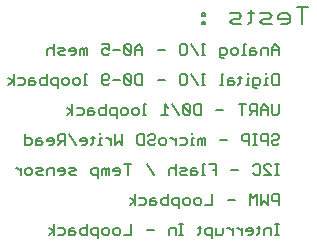
<source format=gbo>
G75*
%MOIN*%
%OFA0B0*%
%FSLAX25Y25*%
%IPPOS*%
%LPD*%
%AMOC8*
5,1,8,0,0,1.08239X$1,22.5*
%
%ADD10C,0.00800*%
%ADD11C,0.00500*%
D10*
X0209195Y0175400D02*
X0210163Y0175400D01*
X0210163Y0176367D01*
X0209195Y0176367D01*
X0209195Y0175400D01*
X0209195Y0178302D02*
X0210163Y0178302D01*
X0210163Y0179270D01*
X0209195Y0179270D01*
X0209195Y0178302D01*
X0218447Y0179270D02*
X0221349Y0179270D01*
X0222317Y0178302D01*
X0221349Y0177335D01*
X0219415Y0177335D01*
X0218447Y0176367D01*
X0219415Y0175400D01*
X0222317Y0175400D01*
X0224433Y0175400D02*
X0225401Y0176367D01*
X0225401Y0180237D01*
X0226368Y0179270D02*
X0224433Y0179270D01*
X0228576Y0179270D02*
X0231478Y0179270D01*
X0232446Y0178302D01*
X0231478Y0177335D01*
X0229543Y0177335D01*
X0228576Y0176367D01*
X0229543Y0175400D01*
X0232446Y0175400D01*
X0234653Y0177335D02*
X0238523Y0177335D01*
X0238523Y0178302D02*
X0237555Y0179270D01*
X0235620Y0179270D01*
X0234653Y0178302D01*
X0234653Y0177335D01*
X0235620Y0175400D02*
X0237555Y0175400D01*
X0238523Y0176367D01*
X0238523Y0178302D01*
X0240730Y0181205D02*
X0244600Y0181205D01*
X0242665Y0181205D02*
X0242665Y0175400D01*
D11*
X0159859Y0106418D02*
X0158108Y0105250D01*
X0159859Y0105250D02*
X0159859Y0108753D01*
X0161207Y0107585D02*
X0162959Y0107585D01*
X0163543Y0107001D01*
X0163543Y0105834D01*
X0162959Y0105250D01*
X0161207Y0105250D01*
X0159859Y0106418D02*
X0158108Y0107585D01*
X0164890Y0107001D02*
X0164890Y0105250D01*
X0166642Y0105250D01*
X0167226Y0105834D01*
X0166642Y0106418D01*
X0164890Y0106418D01*
X0164890Y0107001D02*
X0165474Y0107585D01*
X0166642Y0107585D01*
X0168574Y0107001D02*
X0168574Y0105834D01*
X0169157Y0105250D01*
X0170909Y0105250D01*
X0170909Y0108753D01*
X0170909Y0107585D02*
X0169157Y0107585D01*
X0168574Y0107001D01*
X0172257Y0107001D02*
X0172257Y0105834D01*
X0172841Y0105250D01*
X0174592Y0105250D01*
X0174592Y0104082D02*
X0174592Y0107585D01*
X0172841Y0107585D01*
X0172257Y0107001D01*
X0175940Y0107001D02*
X0175940Y0105834D01*
X0176524Y0105250D01*
X0177691Y0105250D01*
X0178275Y0105834D01*
X0178275Y0107001D01*
X0177691Y0107585D01*
X0176524Y0107585D01*
X0175940Y0107001D01*
X0179623Y0107001D02*
X0179623Y0105834D01*
X0180207Y0105250D01*
X0181374Y0105250D01*
X0181958Y0105834D01*
X0181958Y0107001D01*
X0181374Y0107585D01*
X0180207Y0107585D01*
X0179623Y0107001D01*
X0183306Y0105250D02*
X0185641Y0105250D01*
X0185641Y0108753D01*
X0190672Y0107001D02*
X0193008Y0107001D01*
X0198039Y0107001D02*
X0198039Y0105250D01*
X0198039Y0107001D02*
X0198623Y0107585D01*
X0200374Y0107585D01*
X0200374Y0105250D01*
X0201662Y0105250D02*
X0202829Y0105250D01*
X0202246Y0105250D02*
X0202246Y0108753D01*
X0202829Y0108753D02*
X0201662Y0108753D01*
X0201602Y0114082D02*
X0201602Y0117585D01*
X0199850Y0117585D01*
X0199266Y0117001D01*
X0199266Y0115834D01*
X0199850Y0115250D01*
X0201602Y0115250D01*
X0202950Y0115834D02*
X0202950Y0117001D01*
X0203533Y0117585D01*
X0204701Y0117585D01*
X0205285Y0117001D01*
X0205285Y0115834D01*
X0204701Y0115250D01*
X0203533Y0115250D01*
X0202950Y0115834D01*
X0206633Y0115834D02*
X0206633Y0117001D01*
X0207216Y0117585D01*
X0208384Y0117585D01*
X0208968Y0117001D01*
X0208968Y0115834D01*
X0208384Y0115250D01*
X0207216Y0115250D01*
X0206633Y0115834D01*
X0210316Y0115250D02*
X0212651Y0115250D01*
X0212651Y0118753D01*
X0217682Y0117001D02*
X0220017Y0117001D01*
X0225048Y0118753D02*
X0225048Y0115250D01*
X0227384Y0115250D02*
X0227384Y0118753D01*
X0226216Y0117585D01*
X0225048Y0118753D01*
X0228732Y0118753D02*
X0228732Y0115250D01*
X0229899Y0116418D01*
X0231067Y0115250D01*
X0231067Y0118753D01*
X0232415Y0118169D02*
X0232415Y0117001D01*
X0232999Y0116418D01*
X0234750Y0116418D01*
X0234750Y0115250D02*
X0234750Y0118753D01*
X0232999Y0118753D01*
X0232415Y0118169D01*
X0232295Y0125250D02*
X0229959Y0125250D01*
X0228611Y0125834D02*
X0228028Y0125250D01*
X0226860Y0125250D01*
X0226276Y0125834D01*
X0226276Y0128169D02*
X0226860Y0128753D01*
X0228028Y0128753D01*
X0228611Y0128169D01*
X0228611Y0125834D01*
X0229959Y0127585D02*
X0229959Y0128169D01*
X0230543Y0128753D01*
X0231711Y0128753D01*
X0232295Y0128169D01*
X0233582Y0128753D02*
X0234750Y0128753D01*
X0234166Y0128753D02*
X0234166Y0125250D01*
X0234750Y0125250D02*
X0233582Y0125250D01*
X0232295Y0125250D02*
X0229959Y0127585D01*
X0221245Y0127001D02*
X0218910Y0127001D01*
X0213879Y0127001D02*
X0212711Y0127001D01*
X0213879Y0125250D02*
X0213879Y0128753D01*
X0211544Y0128753D01*
X0210196Y0128753D02*
X0209612Y0128753D01*
X0209612Y0125250D01*
X0210196Y0125250D02*
X0209028Y0125250D01*
X0207740Y0125834D02*
X0207156Y0125250D01*
X0205405Y0125250D01*
X0205405Y0127001D01*
X0205989Y0127585D01*
X0207156Y0127585D01*
X0207156Y0126418D02*
X0205405Y0126418D01*
X0204057Y0127001D02*
X0203473Y0127585D01*
X0201722Y0127585D01*
X0202306Y0126418D02*
X0203473Y0126418D01*
X0204057Y0127001D01*
X0204057Y0125250D02*
X0202306Y0125250D01*
X0201722Y0125834D01*
X0202306Y0126418D01*
X0200374Y0127001D02*
X0199790Y0127585D01*
X0198623Y0127585D01*
X0198039Y0127001D01*
X0198039Y0125250D01*
X0200374Y0125250D02*
X0200374Y0128753D01*
X0200374Y0135250D02*
X0200374Y0137585D01*
X0200374Y0136418D02*
X0199206Y0137585D01*
X0198623Y0137585D01*
X0197305Y0137001D02*
X0197305Y0135834D01*
X0196721Y0135250D01*
X0195553Y0135250D01*
X0194969Y0135834D01*
X0194969Y0137001D01*
X0195553Y0137585D01*
X0196721Y0137585D01*
X0197305Y0137001D01*
X0193622Y0137585D02*
X0193038Y0137001D01*
X0191870Y0137001D01*
X0191286Y0136418D01*
X0191286Y0135834D01*
X0191870Y0135250D01*
X0193038Y0135250D01*
X0193622Y0135834D01*
X0193622Y0137585D02*
X0193622Y0138169D01*
X0193038Y0138753D01*
X0191870Y0138753D01*
X0191286Y0138169D01*
X0189938Y0138753D02*
X0188187Y0138753D01*
X0187603Y0138169D01*
X0187603Y0135834D01*
X0188187Y0135250D01*
X0189938Y0135250D01*
X0189938Y0138753D01*
X0189968Y0145250D02*
X0189968Y0148753D01*
X0190552Y0148753D01*
X0188097Y0147001D02*
X0188097Y0145834D01*
X0187513Y0145250D01*
X0186345Y0145250D01*
X0185762Y0145834D01*
X0185762Y0147001D01*
X0186345Y0147585D01*
X0187513Y0147585D01*
X0188097Y0147001D01*
X0189385Y0145250D02*
X0190552Y0145250D01*
X0195583Y0145250D02*
X0197919Y0145250D01*
X0196751Y0145250D02*
X0196751Y0148753D01*
X0197919Y0147585D01*
X0199266Y0148753D02*
X0201602Y0145250D01*
X0202950Y0145834D02*
X0203533Y0145250D01*
X0204701Y0145250D01*
X0205285Y0145834D01*
X0202950Y0148169D01*
X0202950Y0145834D01*
X0205285Y0145834D02*
X0205285Y0148169D01*
X0204701Y0148753D01*
X0203533Y0148753D01*
X0202950Y0148169D01*
X0206633Y0148169D02*
X0206633Y0145834D01*
X0207216Y0145250D01*
X0208968Y0145250D01*
X0208968Y0148753D01*
X0207216Y0148753D01*
X0206633Y0148169D01*
X0213999Y0147001D02*
X0216334Y0147001D01*
X0221365Y0148753D02*
X0223701Y0148753D01*
X0222533Y0148753D02*
X0222533Y0145250D01*
X0225048Y0145250D02*
X0226216Y0146418D01*
X0225632Y0146418D02*
X0227384Y0146418D01*
X0227384Y0145250D02*
X0227384Y0148753D01*
X0225632Y0148753D01*
X0225048Y0148169D01*
X0225048Y0147001D01*
X0225632Y0146418D01*
X0228732Y0147001D02*
X0231067Y0147001D01*
X0231067Y0147585D02*
X0229899Y0148753D01*
X0228732Y0147585D01*
X0228732Y0145250D01*
X0231067Y0145250D02*
X0231067Y0147585D01*
X0232415Y0148753D02*
X0232415Y0145834D01*
X0232999Y0145250D01*
X0234166Y0145250D01*
X0234750Y0145834D01*
X0234750Y0148753D01*
X0227444Y0154082D02*
X0226860Y0154082D01*
X0226276Y0154666D01*
X0226276Y0157585D01*
X0228028Y0157585D01*
X0228611Y0157001D01*
X0228611Y0155834D01*
X0228028Y0155250D01*
X0226276Y0155250D01*
X0224928Y0155250D02*
X0223761Y0155250D01*
X0224344Y0155250D02*
X0224344Y0157585D01*
X0224928Y0157585D01*
X0224344Y0158753D02*
X0224344Y0159337D01*
X0222473Y0157585D02*
X0221305Y0157585D01*
X0221889Y0158169D02*
X0221889Y0155834D01*
X0221305Y0155250D01*
X0220017Y0155834D02*
X0219434Y0156418D01*
X0217682Y0156418D01*
X0217682Y0157001D02*
X0217682Y0155250D01*
X0219434Y0155250D01*
X0220017Y0155834D01*
X0219434Y0157585D02*
X0218266Y0157585D01*
X0217682Y0157001D01*
X0216334Y0155250D02*
X0215167Y0155250D01*
X0215750Y0155250D02*
X0215750Y0158753D01*
X0216334Y0158753D01*
X0216394Y0164082D02*
X0215811Y0164082D01*
X0215227Y0164666D01*
X0215227Y0167585D01*
X0216978Y0167585D01*
X0217562Y0167001D01*
X0217562Y0165834D01*
X0216978Y0165250D01*
X0215227Y0165250D01*
X0218910Y0165834D02*
X0218910Y0167001D01*
X0219494Y0167585D01*
X0220661Y0167585D01*
X0221245Y0167001D01*
X0221245Y0165834D01*
X0220661Y0165250D01*
X0219494Y0165250D01*
X0218910Y0165834D01*
X0222533Y0165250D02*
X0223701Y0165250D01*
X0223117Y0165250D02*
X0223117Y0168753D01*
X0223701Y0168753D01*
X0225048Y0167001D02*
X0225048Y0165250D01*
X0226800Y0165250D01*
X0227384Y0165834D01*
X0226800Y0166418D01*
X0225048Y0166418D01*
X0225048Y0167001D02*
X0225632Y0167585D01*
X0226800Y0167585D01*
X0228732Y0167001D02*
X0228732Y0165250D01*
X0228732Y0167001D02*
X0229315Y0167585D01*
X0231067Y0167585D01*
X0231067Y0165250D01*
X0232415Y0165250D02*
X0232415Y0167585D01*
X0233582Y0168753D01*
X0234750Y0167585D01*
X0234750Y0165250D01*
X0234750Y0167001D02*
X0232415Y0167001D01*
X0230483Y0159337D02*
X0230483Y0158753D01*
X0230483Y0157585D02*
X0230483Y0155250D01*
X0231067Y0155250D02*
X0229899Y0155250D01*
X0230483Y0157585D02*
X0231067Y0157585D01*
X0232415Y0158169D02*
X0232415Y0155834D01*
X0232999Y0155250D01*
X0234750Y0155250D01*
X0234750Y0158753D01*
X0232999Y0158753D01*
X0232415Y0158169D01*
X0232999Y0138753D02*
X0234166Y0138753D01*
X0234750Y0138169D01*
X0234750Y0137585D01*
X0234166Y0137001D01*
X0232999Y0137001D01*
X0232415Y0136418D01*
X0232415Y0135834D01*
X0232999Y0135250D01*
X0234166Y0135250D01*
X0234750Y0135834D01*
X0232415Y0138169D02*
X0232999Y0138753D01*
X0231067Y0138753D02*
X0229315Y0138753D01*
X0228732Y0138169D01*
X0228732Y0137001D01*
X0229315Y0136418D01*
X0231067Y0136418D01*
X0231067Y0135250D02*
X0231067Y0138753D01*
X0227384Y0138753D02*
X0226216Y0138753D01*
X0226800Y0138753D02*
X0226800Y0135250D01*
X0227384Y0135250D02*
X0226216Y0135250D01*
X0224928Y0135250D02*
X0224928Y0138753D01*
X0223177Y0138753D01*
X0222593Y0138169D01*
X0222593Y0137001D01*
X0223177Y0136418D01*
X0224928Y0136418D01*
X0217562Y0137001D02*
X0215227Y0137001D01*
X0210196Y0137585D02*
X0210196Y0135250D01*
X0209028Y0135250D02*
X0209028Y0137001D01*
X0208444Y0137585D01*
X0207860Y0137001D01*
X0207860Y0135250D01*
X0206513Y0135250D02*
X0205345Y0135250D01*
X0205929Y0135250D02*
X0205929Y0137585D01*
X0206513Y0137585D01*
X0205929Y0138753D02*
X0205929Y0139337D01*
X0204057Y0137001D02*
X0204057Y0135834D01*
X0203473Y0135250D01*
X0201722Y0135250D01*
X0201722Y0137585D02*
X0203473Y0137585D01*
X0204057Y0137001D01*
X0209028Y0137001D02*
X0209612Y0137585D01*
X0210196Y0137585D01*
X0207156Y0126418D02*
X0207740Y0125834D01*
X0197919Y0118753D02*
X0197919Y0115250D01*
X0196167Y0115250D01*
X0195583Y0115834D01*
X0195583Y0117001D01*
X0196167Y0117585D01*
X0197919Y0117585D01*
X0194235Y0115834D02*
X0193652Y0116418D01*
X0191900Y0116418D01*
X0191900Y0117001D02*
X0191900Y0115250D01*
X0193652Y0115250D01*
X0194235Y0115834D01*
X0193652Y0117585D02*
X0192484Y0117585D01*
X0191900Y0117001D01*
X0190552Y0117001D02*
X0190552Y0115834D01*
X0189968Y0115250D01*
X0188217Y0115250D01*
X0186869Y0115250D02*
X0186869Y0118753D01*
X0188217Y0117585D02*
X0189968Y0117585D01*
X0190552Y0117001D01*
X0186869Y0116418D02*
X0185118Y0117585D01*
X0186869Y0116418D02*
X0185118Y0115250D01*
X0184474Y0125250D02*
X0184474Y0128753D01*
X0185641Y0128753D02*
X0183306Y0128753D01*
X0181958Y0127001D02*
X0181374Y0127585D01*
X0180207Y0127585D01*
X0179623Y0127001D01*
X0179623Y0126418D01*
X0181958Y0126418D01*
X0181958Y0127001D02*
X0181958Y0125834D01*
X0181374Y0125250D01*
X0180207Y0125250D01*
X0178275Y0125250D02*
X0178275Y0127585D01*
X0177691Y0127585D01*
X0177107Y0127001D01*
X0176524Y0127585D01*
X0175940Y0127001D01*
X0175940Y0125250D01*
X0177107Y0125250D02*
X0177107Y0127001D01*
X0174592Y0127585D02*
X0174592Y0124082D01*
X0174592Y0125250D02*
X0172840Y0125250D01*
X0172257Y0125834D01*
X0172257Y0127001D01*
X0172840Y0127585D01*
X0174592Y0127585D01*
X0167226Y0127001D02*
X0166642Y0127585D01*
X0164890Y0127585D01*
X0165474Y0126418D02*
X0166642Y0126418D01*
X0167226Y0127001D01*
X0167226Y0125250D02*
X0165474Y0125250D01*
X0164890Y0125834D01*
X0165474Y0126418D01*
X0163543Y0126418D02*
X0161207Y0126418D01*
X0161207Y0127001D01*
X0161791Y0127585D01*
X0162959Y0127585D01*
X0163543Y0127001D01*
X0163543Y0125834D01*
X0162959Y0125250D01*
X0161791Y0125250D01*
X0159859Y0125250D02*
X0159859Y0127585D01*
X0158108Y0127585D01*
X0157524Y0127001D01*
X0157524Y0125250D01*
X0156176Y0125250D02*
X0154425Y0125250D01*
X0153841Y0125834D01*
X0154425Y0126418D01*
X0155592Y0126418D01*
X0156176Y0127001D01*
X0155592Y0127585D01*
X0153841Y0127585D01*
X0152493Y0127001D02*
X0152493Y0125834D01*
X0151909Y0125250D01*
X0150742Y0125250D01*
X0150158Y0125834D01*
X0150158Y0127001D01*
X0150742Y0127585D01*
X0151909Y0127585D01*
X0152493Y0127001D01*
X0148810Y0126418D02*
X0147642Y0127585D01*
X0147058Y0127585D01*
X0148810Y0127585D02*
X0148810Y0125250D01*
X0150158Y0135250D02*
X0151909Y0135250D01*
X0152493Y0135834D01*
X0152493Y0137001D01*
X0151909Y0137585D01*
X0150158Y0137585D01*
X0150158Y0138753D02*
X0150158Y0135250D01*
X0153841Y0135250D02*
X0153841Y0137001D01*
X0154425Y0137585D01*
X0155592Y0137585D01*
X0155592Y0136418D02*
X0153841Y0136418D01*
X0153841Y0135250D02*
X0155592Y0135250D01*
X0156176Y0135834D01*
X0155592Y0136418D01*
X0157524Y0136418D02*
X0159859Y0136418D01*
X0159859Y0137001D02*
X0159276Y0137585D01*
X0158108Y0137585D01*
X0157524Y0137001D01*
X0157524Y0136418D01*
X0158108Y0135250D02*
X0159276Y0135250D01*
X0159859Y0135834D01*
X0159859Y0137001D01*
X0161207Y0137001D02*
X0161791Y0136418D01*
X0163543Y0136418D01*
X0163543Y0135250D02*
X0163543Y0138753D01*
X0161791Y0138753D01*
X0161207Y0138169D01*
X0161207Y0137001D01*
X0162375Y0136418D02*
X0161207Y0135250D01*
X0164890Y0138753D02*
X0167226Y0135250D01*
X0168574Y0136418D02*
X0170909Y0136418D01*
X0170909Y0137001D02*
X0170325Y0137585D01*
X0169157Y0137585D01*
X0168574Y0137001D01*
X0168574Y0136418D01*
X0169157Y0135250D02*
X0170325Y0135250D01*
X0170909Y0135834D01*
X0170909Y0137001D01*
X0172197Y0137585D02*
X0173364Y0137585D01*
X0172780Y0138169D02*
X0172780Y0135834D01*
X0172197Y0135250D01*
X0174652Y0135250D02*
X0175820Y0135250D01*
X0175236Y0135250D02*
X0175236Y0137585D01*
X0175820Y0137585D01*
X0175236Y0138753D02*
X0175236Y0139337D01*
X0177137Y0137585D02*
X0177721Y0137585D01*
X0178889Y0136418D01*
X0178889Y0137585D02*
X0178889Y0135250D01*
X0180237Y0135250D02*
X0180237Y0138753D01*
X0182572Y0138753D02*
X0182572Y0135250D01*
X0181404Y0136418D01*
X0180237Y0135250D01*
X0190672Y0128753D02*
X0193008Y0125250D01*
X0208384Y0108169D02*
X0208384Y0105834D01*
X0207800Y0105250D01*
X0207800Y0107585D02*
X0208968Y0107585D01*
X0210316Y0107001D02*
X0210316Y0105834D01*
X0210900Y0105250D01*
X0212651Y0105250D01*
X0212651Y0104082D02*
X0212651Y0107585D01*
X0210900Y0107585D01*
X0210316Y0107001D01*
X0213999Y0107585D02*
X0213999Y0105250D01*
X0215750Y0105250D01*
X0216334Y0105834D01*
X0216334Y0107585D01*
X0217652Y0107585D02*
X0218236Y0107585D01*
X0219404Y0106418D01*
X0219404Y0107585D02*
X0219404Y0105250D01*
X0220721Y0107585D02*
X0221305Y0107585D01*
X0222473Y0106418D01*
X0222473Y0107585D02*
X0222473Y0105250D01*
X0223821Y0106418D02*
X0226156Y0106418D01*
X0226156Y0107001D02*
X0226156Y0105834D01*
X0225572Y0105250D01*
X0224405Y0105250D01*
X0223821Y0106418D02*
X0223821Y0107001D01*
X0224405Y0107585D01*
X0225572Y0107585D01*
X0226156Y0107001D01*
X0227444Y0107585D02*
X0228611Y0107585D01*
X0228028Y0108169D02*
X0228028Y0105834D01*
X0227444Y0105250D01*
X0229959Y0105250D02*
X0229959Y0107001D01*
X0230543Y0107585D01*
X0232295Y0107585D01*
X0232295Y0105250D01*
X0233582Y0105250D02*
X0234750Y0105250D01*
X0234166Y0105250D02*
X0234166Y0108753D01*
X0234750Y0108753D02*
X0233582Y0108753D01*
X0184414Y0145834D02*
X0183830Y0145250D01*
X0182662Y0145250D01*
X0182078Y0145834D01*
X0182078Y0147001D01*
X0182662Y0147585D01*
X0183830Y0147585D01*
X0184414Y0147001D01*
X0184414Y0145834D01*
X0180731Y0145250D02*
X0178979Y0145250D01*
X0178395Y0145834D01*
X0178395Y0147001D01*
X0178979Y0147585D01*
X0180731Y0147585D01*
X0180731Y0144082D01*
X0177047Y0145250D02*
X0177047Y0148753D01*
X0177047Y0147585D02*
X0175296Y0147585D01*
X0174712Y0147001D01*
X0174712Y0145834D01*
X0175296Y0145250D01*
X0177047Y0145250D01*
X0173364Y0145834D02*
X0172780Y0146418D01*
X0171029Y0146418D01*
X0171029Y0147001D02*
X0171029Y0145250D01*
X0172780Y0145250D01*
X0173364Y0145834D01*
X0172780Y0147585D02*
X0171613Y0147585D01*
X0171029Y0147001D01*
X0169681Y0147001D02*
X0169681Y0145834D01*
X0169097Y0145250D01*
X0167346Y0145250D01*
X0165998Y0145250D02*
X0165998Y0148753D01*
X0167346Y0147585D02*
X0169097Y0147585D01*
X0169681Y0147001D01*
X0165998Y0146418D02*
X0164246Y0147585D01*
X0165998Y0146418D02*
X0164246Y0145250D01*
X0161087Y0154082D02*
X0161087Y0157585D01*
X0159336Y0157585D01*
X0158752Y0157001D01*
X0158752Y0155834D01*
X0159336Y0155250D01*
X0161087Y0155250D01*
X0162435Y0155834D02*
X0162435Y0157001D01*
X0163019Y0157585D01*
X0164186Y0157585D01*
X0164770Y0157001D01*
X0164770Y0155834D01*
X0164186Y0155250D01*
X0163019Y0155250D01*
X0162435Y0155834D01*
X0166118Y0155834D02*
X0166118Y0157001D01*
X0166702Y0157585D01*
X0167870Y0157585D01*
X0168453Y0157001D01*
X0168453Y0155834D01*
X0167870Y0155250D01*
X0166702Y0155250D01*
X0166118Y0155834D01*
X0169741Y0155250D02*
X0170909Y0155250D01*
X0170325Y0155250D02*
X0170325Y0158753D01*
X0170909Y0158753D01*
X0175940Y0158169D02*
X0175940Y0155834D01*
X0176524Y0155250D01*
X0177691Y0155250D01*
X0178275Y0155834D01*
X0177691Y0157001D02*
X0175940Y0157001D01*
X0175940Y0158169D02*
X0176524Y0158753D01*
X0177691Y0158753D01*
X0178275Y0158169D01*
X0178275Y0157585D01*
X0177691Y0157001D01*
X0179623Y0157001D02*
X0181958Y0157001D01*
X0183306Y0155834D02*
X0183306Y0158169D01*
X0185641Y0155834D01*
X0185058Y0155250D01*
X0183890Y0155250D01*
X0183306Y0155834D01*
X0183306Y0158169D02*
X0183890Y0158753D01*
X0185058Y0158753D01*
X0185641Y0158169D01*
X0185641Y0155834D01*
X0186989Y0155834D02*
X0186989Y0158169D01*
X0187573Y0158753D01*
X0189325Y0158753D01*
X0189325Y0155250D01*
X0187573Y0155250D01*
X0186989Y0155834D01*
X0194356Y0157001D02*
X0196691Y0157001D01*
X0201722Y0155834D02*
X0201722Y0158169D01*
X0202306Y0158753D01*
X0203473Y0158753D01*
X0204057Y0158169D01*
X0204057Y0155834D01*
X0203473Y0155250D01*
X0202306Y0155250D01*
X0201722Y0155834D01*
X0205405Y0158753D02*
X0207740Y0155250D01*
X0209028Y0155250D02*
X0210196Y0155250D01*
X0209612Y0155250D02*
X0209612Y0158753D01*
X0210196Y0158753D02*
X0209028Y0158753D01*
X0209028Y0165250D02*
X0210196Y0165250D01*
X0209612Y0165250D02*
X0209612Y0168753D01*
X0210196Y0168753D02*
X0209028Y0168753D01*
X0205405Y0168753D02*
X0207740Y0165250D01*
X0204057Y0165834D02*
X0203473Y0165250D01*
X0202306Y0165250D01*
X0201722Y0165834D01*
X0201722Y0168169D01*
X0202306Y0168753D01*
X0203473Y0168753D01*
X0204057Y0168169D01*
X0204057Y0165834D01*
X0196691Y0167001D02*
X0194356Y0167001D01*
X0189325Y0167001D02*
X0186989Y0167001D01*
X0186989Y0167585D02*
X0186989Y0165250D01*
X0185641Y0165834D02*
X0183306Y0168169D01*
X0183306Y0165834D01*
X0183890Y0165250D01*
X0185058Y0165250D01*
X0185641Y0165834D01*
X0185641Y0168169D01*
X0185058Y0168753D01*
X0183890Y0168753D01*
X0183306Y0168169D01*
X0181958Y0167001D02*
X0179623Y0167001D01*
X0178275Y0167001D02*
X0178275Y0168753D01*
X0175940Y0168753D01*
X0176524Y0167585D02*
X0175940Y0167001D01*
X0175940Y0165834D01*
X0176524Y0165250D01*
X0177691Y0165250D01*
X0178275Y0165834D01*
X0178275Y0167001D02*
X0177107Y0167585D01*
X0176524Y0167585D01*
X0170909Y0167585D02*
X0170909Y0165250D01*
X0169741Y0165250D02*
X0169741Y0167001D01*
X0169157Y0167585D01*
X0168574Y0167001D01*
X0168574Y0165250D01*
X0167226Y0165834D02*
X0167226Y0167001D01*
X0166642Y0167585D01*
X0165474Y0167585D01*
X0164890Y0167001D01*
X0164890Y0166418D01*
X0167226Y0166418D01*
X0167226Y0165834D02*
X0166642Y0165250D01*
X0165474Y0165250D01*
X0163543Y0165250D02*
X0161791Y0165250D01*
X0161207Y0165834D01*
X0161791Y0166418D01*
X0162959Y0166418D01*
X0163543Y0167001D01*
X0162959Y0167585D01*
X0161207Y0167585D01*
X0159859Y0167001D02*
X0159276Y0167585D01*
X0158108Y0167585D01*
X0157524Y0167001D01*
X0157524Y0165250D01*
X0159859Y0165250D02*
X0159859Y0168753D01*
X0169741Y0167001D02*
X0170325Y0167585D01*
X0170909Y0167585D01*
X0157404Y0158753D02*
X0157404Y0155250D01*
X0155652Y0155250D01*
X0155069Y0155834D01*
X0155069Y0157001D01*
X0155652Y0157585D01*
X0157404Y0157585D01*
X0153721Y0155834D02*
X0153137Y0156418D01*
X0151386Y0156418D01*
X0151386Y0157001D02*
X0151386Y0155250D01*
X0153137Y0155250D01*
X0153721Y0155834D01*
X0153137Y0157585D02*
X0151969Y0157585D01*
X0151386Y0157001D01*
X0150038Y0157001D02*
X0150038Y0155834D01*
X0149454Y0155250D01*
X0147702Y0155250D01*
X0146355Y0155250D02*
X0146355Y0158753D01*
X0147702Y0157585D02*
X0149454Y0157585D01*
X0150038Y0157001D01*
X0146355Y0156418D02*
X0144603Y0157585D01*
X0146355Y0156418D02*
X0144603Y0155250D01*
X0186989Y0167585D02*
X0188157Y0168753D01*
X0189325Y0167585D01*
X0189325Y0165250D01*
M02*

</source>
